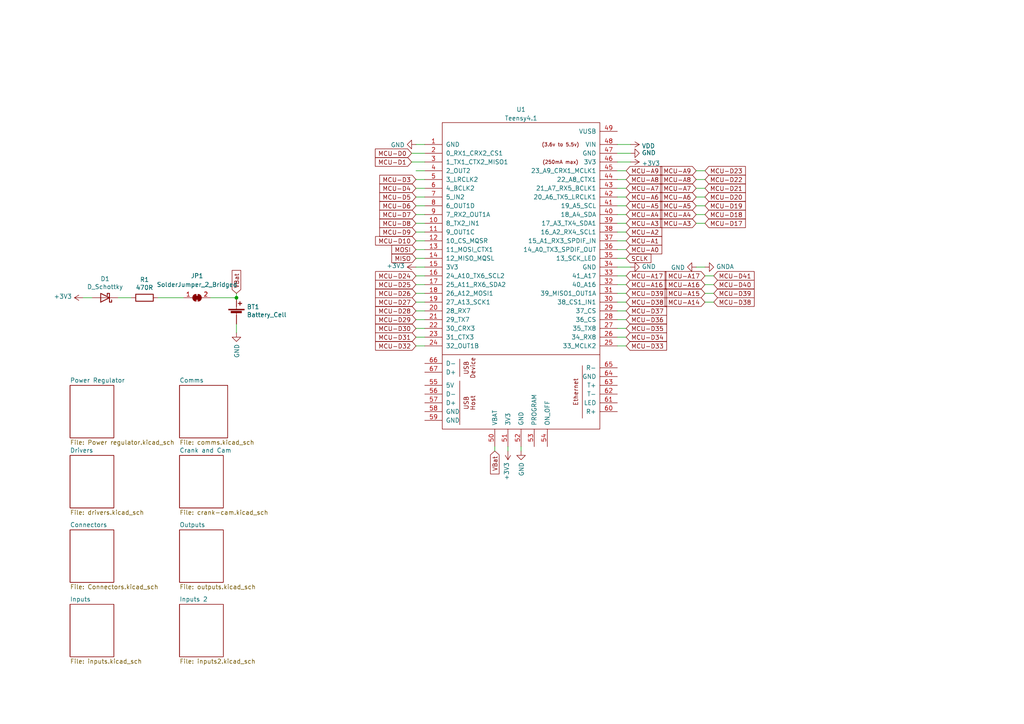
<source format=kicad_sch>
(kicad_sch (version 20230121) (generator eeschema)
  (paper "A4")
  (lib_symbols
    (symbol "Device:Battery_Cell" (pin_numbers hide) (pin_names (offset 0) hide)
      (property "Reference" "BT" (at 2.54 2.54 0))
      (property "Value" "Battery_Cell" (at 2.54 0 0))
      (symbol "Battery_Cell_0_1"
        (rectangle (start -2.286 1.778) (end 2.286 1.524) (fill (type outline)))
        (rectangle (start -1.5748 1.1938) (end 1.4732 0.6858) (fill (type outline)))
        (polyline (pts (xy 0 0.762) (xy 0 0)))
        (polyline (pts (xy 0 1.778) (xy 0 2.54)))
        (polyline (pts (xy 0.508 3.429) (xy 1.524 3.429)) (stroke (width 0.254)))
        (polyline (pts (xy 1.016 3.937) (xy 1.016 2.921)) (stroke (width 0.254)))
      )
      (symbol "Battery_Cell_1_1"
        (pin passive line (at 0 5.08 270) (length 2.54) (name "+") (number "1"))
        (pin passive line (at 0 -2.54 90) (length 2.54) (name "-") (number "2"))
      )
    )
    (symbol "Device:D_Schottky" (pin_numbers hide) (pin_names (offset 1.016) hide)
      (property "Reference" "D" (at 0 2.54 0))
      (property "Value" "D_Schottky" (at 0 -2.54 0))
      (symbol "D_Schottky_0_1"
        (polyline (pts (xy 1.27 0) (xy -1.27 0)))
        (polyline (pts (xy 1.27 1.27) (xy 1.27 -1.27) (xy -1.27 0) (xy 1.27 1.27)) (stroke (width 0.254)))
        (polyline (pts (xy -1.905 0.635) (xy -1.905 1.27) (xy -1.27 1.27) (xy -1.27 -1.27) (xy -0.635 -1.27) (xy -0.635 -0.635)) (stroke (width 0.254)))
      )
      (symbol "D_Schottky_1_1"
        (pin passive line (at -3.81 0 0) (length 2.54) (name "K") (number "1"))
        (pin passive line (at 3.81 0 180) (length 2.54) (name "A") (number "2"))
      )
    )
    (symbol "Device:R" (pin_numbers hide) (pin_names (offset 0))
      (property "Reference" "R" (at 2.032 0 90))
      (property "Value" "R" (at 0 0 90))
      (symbol "R_0_1"
        (rectangle (start -1.016 -2.54) (end 1.016 2.54) (stroke (width 0.254)))
      )
      (symbol "R_1_1"
        (pin passive line (at 0 3.81 270) (length 1.27) (name "~") (number "1"))
        (pin passive line (at 0 -3.81 90) (length 1.27) (name "~") (number "2"))
      )
    )
    (symbol "Jumper:SolderJumper_2_Bridged" (pin_names (offset 0) hide)
      (property "Reference" "JP" (at 0 2.032 0))
      (property "Value" "SolderJumper_2_Bridged" (at 0 -2.54 0))
      (symbol "SolderJumper_2_Bridged_0_1"
        (rectangle (start -0.508 0.508) (end 0.508 -0.508) (fill (type outline)))
        (arc (start -0.254 1.016) (mid -1.2656 0) (end -0.254 -1.016))
        (arc (start -0.254 1.016) (mid -1.2656 0) (end -0.254 -1.016) (fill (type outline)))
        (polyline (pts (xy -0.254 1.016) (xy -0.254 -1.016)))
        (polyline (pts (xy 0.254 1.016) (xy 0.254 -1.016)))
        (arc (start 0.254 -1.016) (mid 1.2656 0) (end 0.254 1.016))
        (arc (start 0.254 -1.016) (mid 1.2656 0) (end 0.254 1.016) (fill (type outline)))
      )
      (symbol "SolderJumper_2_Bridged_1_1"
        (pin passive line (at -3.81 0 0) (length 2.54) (name "A") (number "1"))
        (pin passive line (at 3.81 0 180) (length 2.54) (name "B") (number "2"))
      )
    )
    (symbol "Shields:Teensy4.1" (pin_names (offset 1.016))
      (property "Reference" "U" (at 0 64.77 0))
      (property "Value" "Teensy4.1" (at 0 62.23 0))
      (symbol "Teensy4.1_0_0"
        (polyline (pts (xy -22.86 -6.35) (xy 22.86 -6.35)))
        (polyline (pts (xy -17.78 -26.67) (xy -17.78 -13.97)))
        (polyline (pts (xy -17.78 -7.62) (xy -17.78 -12.7)))
        (polyline (pts (xy 17.78 -9.525) (xy 17.78 -24.765)))
        (text "(250mA max)" (at 11.43 49.53 0) (effects (font (size 1.016 1.016))))
        (text "(3.6v to 5.5v)" (at 11.43 54.61 0) (effects (font (size 1.016 1.016))))
        (text "Device" (at -13.97 -10.16 900) (effects (font (size 1.27 1.27))))
        (text "Ethernet" (at 15.875 -17.145 900) (effects (font (size 1.27 1.27))))
        (text "Host" (at -13.97 -20.32 900) (effects (font (size 1.27 1.27))))
        (text "USB" (at -15.875 -20.32 900) (effects (font (size 1.27 1.27))))
        (text "USB" (at -15.875 -10.16 900) (effects (font (size 1.27 1.27))))
        (pin bidirectional line (at -27.94 31.75 0) (length 5.08) (name "8_TX2_IN1") (number "10"))
        (pin bidirectional line (at -27.94 29.21 0) (length 5.08) (name "9_OUT1C") (number "11"))
        (pin bidirectional line (at -27.94 26.67 0) (length 5.08) (name "10_CS_MQSR") (number "12"))
        (pin bidirectional line (at -27.94 24.13 0) (length 5.08) (name "11_MOSI_CTX1") (number "13"))
        (pin bidirectional line (at -27.94 21.59 0) (length 5.08) (name "12_MISO_MQSL") (number "14"))
        (pin power_in line (at -27.94 19.05 0) (length 5.08) (name "3V3") (number "15"))
        (pin bidirectional line (at -27.94 16.51 0) (length 5.08) (name "24_A10_TX6_SCL2") (number "16"))
        (pin bidirectional line (at -27.94 13.97 0) (length 5.08) (name "25_A11_RX6_SDA2") (number "17"))
        (pin bidirectional line (at -27.94 11.43 0) (length 5.08) (name "26_A12_MOSI1") (number "18"))
        (pin bidirectional line (at -27.94 8.89 0) (length 5.08) (name "27_A13_SCK1") (number "19"))
        (pin bidirectional line (at -27.94 6.35 0) (length 5.08) (name "28_RX7") (number "20"))
        (pin bidirectional line (at -27.94 3.81 0) (length 5.08) (name "29_TX7") (number "21"))
        (pin bidirectional line (at -27.94 1.27 0) (length 5.08) (name "30_CRX3") (number "22"))
        (pin bidirectional line (at -27.94 -1.27 0) (length 5.08) (name "31_CTX3") (number "23"))
        (pin bidirectional line (at -27.94 -3.81 0) (length 5.08) (name "32_OUT1B") (number "24"))
        (pin bidirectional line (at 27.94 -3.81 180) (length 5.08) (name "33_MCLK2") (number "25"))
        (pin bidirectional line (at 27.94 -1.27 180) (length 5.08) (name "34_RX8") (number "26"))
        (pin bidirectional line (at 27.94 1.27 180) (length 5.08) (name "35_TX8") (number "27"))
        (pin bidirectional line (at 27.94 3.81 180) (length 5.08) (name "36_CS") (number "28"))
        (pin bidirectional line (at 27.94 6.35 180) (length 5.08) (name "37_CS") (number "29"))
        (pin bidirectional line (at 27.94 8.89 180) (length 5.08) (name "38_CS1_IN1") (number "30"))
        (pin bidirectional line (at 27.94 11.43 180) (length 5.08) (name "39_MISO1_OUT1A") (number "31"))
        (pin bidirectional line (at 27.94 13.97 180) (length 5.08) (name "40_A16") (number "32"))
        (pin bidirectional line (at 27.94 16.51 180) (length 5.08) (name "41_A17") (number "33"))
        (pin bidirectional line (at 27.94 21.59 180) (length 5.08) (name "13_SCK_LED") (number "35"))
        (pin bidirectional line (at 27.94 24.13 180) (length 5.08) (name "14_A0_TX3_SPDIF_OUT") (number "36"))
        (pin bidirectional line (at 27.94 26.67 180) (length 5.08) (name "15_A1_RX3_SPDIF_IN") (number "37"))
        (pin bidirectional line (at 27.94 29.21 180) (length 5.08) (name "16_A2_RX4_SCL1") (number "38"))
        (pin bidirectional line (at 27.94 31.75 180) (length 5.08) (name "17_A3_TX4_SDA1") (number "39"))
        (pin bidirectional line (at 27.94 34.29 180) (length 5.08) (name "18_A4_SDA") (number "40"))
        (pin bidirectional line (at 27.94 36.83 180) (length 5.08) (name "19_A5_SCL") (number "41"))
        (pin bidirectional line (at 27.94 39.37 180) (length 5.08) (name "20_A6_TX5_LRCLK1") (number "42"))
        (pin bidirectional line (at 27.94 41.91 180) (length 5.08) (name "21_A7_RX5_BCLK1") (number "43"))
        (pin bidirectional line (at 27.94 44.45 180) (length 5.08) (name "22_A8_CTX1") (number "44"))
        (pin bidirectional line (at 27.94 46.99 180) (length 5.08) (name "23_A9_CRX1_MCLK1") (number "45"))
        (pin output line (at 27.94 49.53 180) (length 5.08) (name "3V3") (number "46"))
        (pin output line (at 27.94 52.07 180) (length 5.08) (name "GND") (number "47"))
        (pin power_in line (at 27.94 54.61 180) (length 5.08) (name "VIN") (number "48"))
        (pin power_out line (at 27.94 58.42 180) (length 5.08) (name "VUSB") (number "49"))
        (pin bidirectional line (at -27.94 44.45 0) (length 5.08) (name "3_LRCLK2") (number "5"))
        (pin power_in line (at -7.62 -33.02 90) (length 5.08) (name "VBAT") (number "50"))
        (pin power_in line (at -3.81 -33.02 90) (length 5.08) (name "3V3") (number "51"))
        (pin input line (at 0 -33.02 90) (length 5.08) (name "GND") (number "52"))
        (pin input line (at 3.81 -33.02 90) (length 5.08) (name "PROGRAM") (number "53"))
        (pin input line (at 7.62 -33.02 90) (length 5.08) (name "ON_OFF") (number "54"))
        (pin power_out line (at -27.94 -15.24 0) (length 5.08) (name "5V") (number "55"))
        (pin bidirectional line (at -27.94 -17.78 0) (length 5.08) (name "D-") (number "56"))
        (pin bidirectional line (at -27.94 -20.32 0) (length 5.08) (name "D+") (number "57"))
        (pin power_in line (at -27.94 -22.86 0) (length 5.08) (name "GND") (number "58"))
        (pin power_in line (at -27.94 -25.4 0) (length 5.08) (name "GND") (number "59"))
        (pin bidirectional line (at -27.94 41.91 0) (length 5.08) (name "4_BCLK2") (number "6"))
        (pin bidirectional line (at 27.94 -22.86 180) (length 5.08) (name "R+") (number "60"))
        (pin bidirectional line (at 27.94 -20.32 180) (length 5.08) (name "LED") (number "61"))
        (pin bidirectional line (at 27.94 -17.78 180) (length 5.08) (name "T-") (number "62"))
        (pin bidirectional line (at 27.94 -15.24 180) (length 5.08) (name "T+") (number "63"))
        (pin power_in line (at 27.94 -12.7 180) (length 5.08) (name "GND") (number "64"))
        (pin bidirectional line (at 27.94 -10.16 180) (length 5.08) (name "R-") (number "65"))
        (pin bidirectional line (at -27.94 -8.89 0) (length 5.08) (name "D-") (number "66"))
        (pin bidirectional line (at -27.94 -11.43 0) (length 5.08) (name "D+") (number "67"))
        (pin bidirectional line (at -27.94 39.37 0) (length 5.08) (name "5_IN2") (number "7"))
        (pin bidirectional line (at -27.94 36.83 0) (length 5.08) (name "6_OUT1D") (number "8"))
        (pin bidirectional line (at -27.94 34.29 0) (length 5.08) (name "7_RX2_OUT1A") (number "9"))
      )
      (symbol "Teensy4.1_0_1"
        (rectangle (start -22.86 60.96) (end 22.86 -27.94))
        (rectangle (start -20.32 -1.27) (end -20.32 -1.27))
      )
      (symbol "Teensy4.1_1_1"
        (pin power_in line (at -27.94 54.61 0) (length 5.08) (name "GND") (number "1"))
        (pin bidirectional line (at -27.94 52.07 0) (length 5.08) (name "0_RX1_CRX2_CS1") (number "2"))
        (pin bidirectional line (at -27.94 49.53 0) (length 5.08) (name "1_TX1_CTX2_MISO1") (number "3"))
        (pin power_in line (at 27.94 19.05 180) (length 5.08) (name "GND") (number "34"))
        (pin bidirectional line (at -27.94 46.99 0) (length 5.08) (name "2_OUT2") (number "4"))
      )
    )
    (symbol "power:+3V3" (power) (pin_names (offset 0))
      (property "Value" "+3V3" (at 0 3.556 0))
      (symbol "+3V3_0_1"
        (polyline (pts (xy -0.762 1.27) (xy 0 2.54)))
        (polyline (pts (xy 0 0) (xy 0 2.54)))
        (polyline (pts (xy 0 2.54) (xy 0.762 1.27)))
      )
      (symbol "+3V3_1_1"
        (pin power_in line (at 0 0 90) (length 0) hide (name "+3V3") (number "1"))
      )
    )
    (symbol "power:GND" (power) (pin_names (offset 0))
      (property "Value" "GND" (at 0 -3.81 0))
      (symbol "GND_0_1"
        (polyline (pts (xy 0 0) (xy 0 -1.27) (xy 1.27 -1.27) (xy 0 -2.54) (xy -1.27 -1.27) (xy 0 -1.27)))
      )
      (symbol "GND_1_1"
        (pin power_in line (at 0 0 270) (length 0) hide (name "GND") (number "1"))
      )
    )
    (symbol "power:GNDA" (power) (pin_names (offset 0))
      (property "Value" "GNDA" (at 0 -3.81 0))
      (symbol "GNDA_0_1"
        (polyline (pts (xy 0 0) (xy 0 -1.27) (xy 1.27 -1.27) (xy 0 -2.54) (xy -1.27 -1.27) (xy 0 -1.27)))
      )
      (symbol "GNDA_1_1"
        (pin power_in line (at 0 0 270) (length 0) hide (name "GNDA") (number "1"))
      )
    )
    (symbol "power:VDD" (power) (pin_names (offset 0))
      (property "Value" "VDD" (at 0 3.81 0))
      (symbol "VDD_0_1"
        (polyline (pts (xy -0.762 1.27) (xy 0 2.54)))
        (polyline (pts (xy 0 0) (xy 0 2.54)))
        (polyline (pts (xy 0 2.54) (xy 0.762 1.27)))
      )
      (symbol "VDD_1_1"
        (pin power_in line (at 0 0 90) (length 0) hide (name "VDD") (number "1"))
      )
    )
  )
  (junction (at 68.58 86.36))
  (wire (pts (xy 123.19 64.77) (xy 120.65 64.77)))
  (wire (pts (xy 179.07 59.69) (xy 181.61 59.69)))
  (wire (pts (xy 204.47 57.15) (xy 201.93 57.15)))
  (wire (pts (xy 120.65 95.25) (xy 123.19 95.25)))
  (wire (pts (xy 179.07 52.07) (xy 181.61 52.07)))
  (wire (pts (xy 179.07 64.77) (xy 181.61 64.77)))
  (wire (pts (xy 181.61 49.53) (xy 179.07 49.53)))
  (wire (pts (xy 201.93 77.47) (xy 204.47 77.47)))
  (wire (pts (xy 68.58 86.36) (xy 68.58 85.09)))
  (wire (pts (xy 120.65 85.09) (xy 123.19 85.09)))
  (wire (pts (xy 68.58 96.52) (xy 68.58 93.98)))
  (wire (pts (xy 123.19 46.99) (xy 119.38 46.99)))
  (wire (pts (xy 181.61 54.61) (xy 179.07 54.61)))
  (wire (pts (xy 179.07 44.45) (xy 182.88 44.45)))
  (wire (pts (xy 120.65 72.39) (xy 123.19 72.39)))
  (wire (pts (xy 34.29 86.36) (xy 38.1 86.36)))
  (wire (pts (xy 123.19 87.63) (xy 120.65 87.63)))
  (wire (pts (xy 179.07 90.17) (xy 181.61 90.17)))
  (wire (pts (xy 181.61 67.31) (xy 179.07 67.31)))
  (wire (pts (xy 179.07 100.33) (xy 181.61 100.33)))
  (wire (pts (xy 123.19 97.79) (xy 120.65 97.79)))
  (wire (pts (xy 123.19 82.55) (xy 120.65 82.55)))
  (wire (pts (xy 179.07 74.93) (xy 181.61 74.93)))
  (wire (pts (xy 119.38 44.45) (xy 123.19 44.45)))
  (wire (pts (xy 207.01 87.63) (xy 204.47 87.63)))
  (wire (pts (xy 179.07 92.71) (xy 181.61 92.71)))
  (wire (pts (xy 120.65 49.53) (xy 123.19 49.53)))
  (wire (pts (xy 120.65 67.31) (xy 123.19 67.31)))
  (wire (pts (xy 204.47 52.07) (xy 201.93 52.07)))
  (wire (pts (xy 123.19 92.71) (xy 120.65 92.71)))
  (wire (pts (xy 120.65 57.15) (xy 123.19 57.15)))
  (wire (pts (xy 179.07 95.25) (xy 181.61 95.25)))
  (wire (pts (xy 123.19 74.93) (xy 120.65 74.93)))
  (wire (pts (xy 45.72 86.36) (xy 53.34 86.36)))
  (wire (pts (xy 207.01 80.01) (xy 204.47 80.01)))
  (wire (pts (xy 179.07 87.63) (xy 181.61 87.63)))
  (wire (pts (xy 201.93 64.77) (xy 204.47 64.77)))
  (wire (pts (xy 120.65 52.07) (xy 123.19 52.07)))
  (wire (pts (xy 179.07 57.15) (xy 181.61 57.15)))
  (wire (pts (xy 120.65 90.17) (xy 123.19 90.17)))
  (wire (pts (xy 179.07 77.47) (xy 182.88 77.47)))
  (wire (pts (xy 179.07 46.99) (xy 182.88 46.99)))
  (wire (pts (xy 143.51 129.54) (xy 143.51 130.81)))
  (wire (pts (xy 60.96 86.36) (xy 68.58 86.36)))
  (wire (pts (xy 207.01 82.55) (xy 204.47 82.55)))
  (wire (pts (xy 120.65 77.47) (xy 123.19 77.47)))
  (wire (pts (xy 179.07 69.85) (xy 181.61 69.85)))
  (wire (pts (xy 179.07 41.91) (xy 182.88 41.91)))
  (wire (pts (xy 147.32 129.54) (xy 147.32 130.81)))
  (wire (pts (xy 204.47 54.61) (xy 201.93 54.61)))
  (wire (pts (xy 204.47 59.69) (xy 201.93 59.69)))
  (wire (pts (xy 179.07 97.79) (xy 181.61 97.79)))
  (wire (pts (xy 181.61 72.39) (xy 179.07 72.39)))
  (wire (pts (xy 123.19 69.85) (xy 120.65 69.85)))
  (wire (pts (xy 179.07 80.01) (xy 181.61 80.01)))
  (wire (pts (xy 207.01 85.09) (xy 204.47 85.09)))
  (wire (pts (xy 123.19 59.69) (xy 120.65 59.69)))
  (wire (pts (xy 179.07 82.55) (xy 181.61 82.55)))
  (wire (pts (xy 181.61 62.23) (xy 179.07 62.23)))
  (wire (pts (xy 204.47 62.23) (xy 201.93 62.23)))
  (wire (pts (xy 204.47 49.53) (xy 201.93 49.53)))
  (wire (pts (xy 123.19 41.91) (xy 120.65 41.91)))
  (wire (pts (xy 120.65 100.33) (xy 123.19 100.33)))
  (wire (pts (xy 179.07 85.09) (xy 181.61 85.09)))
  (wire (pts (xy 24.13 86.36) (xy 26.67 86.36)))
  (wire (pts (xy 151.13 129.54) (xy 151.13 130.81)))
  (wire (pts (xy 123.19 54.61) (xy 120.65 54.61)))
  (wire (pts (xy 120.65 80.01) (xy 123.19 80.01)))
  (wire (pts (xy 120.65 62.23) (xy 123.19 62.23)))
  (global_label "MCU-D27" (shape input) (at 120.65 87.63 180) (property "Intersheetrefs" "${INTERSHEET_REFS}" (effects hide)))
  (global_label "MCU-A5" (shape input) (at 201.93 59.69 180) (property "Intersheetrefs" "${INTERSHEET_REFS}" (effects hide)))
  (global_label "MCU-D32" (shape input) (at 120.65 100.33 180) (property "Intersheetrefs" "${INTERSHEET_REFS}" (effects hide)))
  (global_label "MCU-D28" (shape input) (at 120.65 90.17 180) (property "Intersheetrefs" "${INTERSHEET_REFS}" (effects hide)))
  (global_label "MCU-D38" (shape input) (at 181.61 87.63 0) (property "Intersheetrefs" "${INTERSHEET_REFS}" (effects hide)))
  (global_label "MCU-D18" (shape input) (at 204.47 62.23 0) (property "Intersheetrefs" "${INTERSHEET_REFS}" (effects hide)))
  (global_label "MCU-D34" (shape input) (at 181.61 97.79 0) (property "Intersheetrefs" "${INTERSHEET_REFS}" (effects hide)))
  (global_label "MCU-D8" (shape input) (at 120.65 64.77 180) (property "Intersheetrefs" "${INTERSHEET_REFS}" (effects hide)))
  (global_label "MCU-A4" (shape input) (at 181.61 62.23 0) (property "Intersheetrefs" "${INTERSHEET_REFS}" (effects hide)))
  (global_label "MCU-D20" (shape input) (at 204.47 57.15 0) (property "Intersheetrefs" "${INTERSHEET_REFS}" (effects hide)))
  (global_label "MCU-A7" (shape input) (at 181.61 54.61 0) (property "Intersheetrefs" "${INTERSHEET_REFS}" (effects hide)))
  (global_label "MCU-D3" (shape input) (at 120.65 52.07 180) (property "Intersheetrefs" "${INTERSHEET_REFS}" (effects hide)))
  (global_label "MCU-A8" (shape input) (at 181.61 52.07 0) (property "Intersheetrefs" "${INTERSHEET_REFS}" (effects hide)))
  (global_label "MCU-D33" (shape input) (at 181.61 100.33 0) (property "Intersheetrefs" "${INTERSHEET_REFS}" (effects hide)))
  (global_label "MCU-A0" (shape input) (at 181.61 72.39 0) (property "Intersheetrefs" "${INTERSHEET_REFS}" (effects hide)))
  (global_label "MCU-D17" (shape input) (at 204.47 64.77 0) (property "Intersheetrefs" "${INTERSHEET_REFS}" (effects hide)))
  (global_label "MCU-D36" (shape input) (at 181.61 92.71 0) (property "Intersheetrefs" "${INTERSHEET_REFS}" (effects hide)))
  (global_label "MCU-D7" (shape input) (at 120.65 62.23 180) (property "Intersheetrefs" "${INTERSHEET_REFS}" (effects hide)))
  (global_label "MCU-A9" (shape input) (at 181.61 49.53 0) (property "Intersheetrefs" "${INTERSHEET_REFS}" (effects hide)))
  (global_label "MCU-D40" (shape input) (at 207.01 82.55 0) (property "Intersheetrefs" "${INTERSHEET_REFS}" (effects hide)))
  (global_label "SCLK" (shape input) (at 181.61 74.93 0) (property "Intersheetrefs" "${INTERSHEET_REFS}" (effects hide)))
  (global_label "MCU-A16" (shape input) (at 204.47 82.55 180) (property "Intersheetrefs" "${INTERSHEET_REFS}" (effects hide)))
  (global_label "MCU-D21" (shape input) (at 204.47 54.61 0) (property "Intersheetrefs" "${INTERSHEET_REFS}" (effects hide)))
  (global_label "MCU-A16" (shape input) (at 181.61 82.55 0) (property "Intersheetrefs" "${INTERSHEET_REFS}" (effects hide)))
  (global_label "MCU-A4" (shape input) (at 201.93 62.23 180) (property "Intersheetrefs" "${INTERSHEET_REFS}" (effects hide)))
  (global_label "MCU-D5" (shape input) (at 120.65 57.15 180) (property "Intersheetrefs" "${INTERSHEET_REFS}" (effects hide)))
  (global_label "MCU-D4" (shape input) (at 120.65 54.61 180) (property "Intersheetrefs" "${INTERSHEET_REFS}" (effects hide)))
  (global_label "MCU-D37" (shape input) (at 181.61 90.17 0) (property "Intersheetrefs" "${INTERSHEET_REFS}" (effects hide)))
  (global_label "MCU-D23" (shape input) (at 204.47 49.53 0) (property "Intersheetrefs" "${INTERSHEET_REFS}" (effects hide)))
  (global_label "MCU-D29" (shape input) (at 120.65 92.71 180) (property "Intersheetrefs" "${INTERSHEET_REFS}" (effects hide)))
  (global_label "MCU-D26" (shape input) (at 120.65 85.09 180) (property "Intersheetrefs" "${INTERSHEET_REFS}" (effects hide)))
  (global_label "MCU-D19" (shape input) (at 204.47 59.69 0) (property "Intersheetrefs" "${INTERSHEET_REFS}" (effects hide)))
  (global_label "MCU-D39" (shape input) (at 207.01 85.09 0) (property "Intersheetrefs" "${INTERSHEET_REFS}" (effects hide)))
  (global_label "MCU-A8" (shape input) (at 201.93 52.07 180) (property "Intersheetrefs" "${INTERSHEET_REFS}" (effects hide)))
  (global_label "MCU-D24" (shape input) (at 120.65 80.01 180) (property "Intersheetrefs" "${INTERSHEET_REFS}" (effects hide)))
  (global_label "MCU-D6" (shape input) (at 120.65 59.69 180) (property "Intersheetrefs" "${INTERSHEET_REFS}" (effects hide)))
  (global_label "MCU-D41" (shape input) (at 207.01 80.01 0) (property "Intersheetrefs" "${INTERSHEET_REFS}" (effects hide)))
  (global_label "MCU-A15" (shape input) (at 204.47 85.09 180) (property "Intersheetrefs" "${INTERSHEET_REFS}" (effects hide)))
  (global_label "MCU-A9" (shape input) (at 201.93 49.53 180) (property "Intersheetrefs" "${INTERSHEET_REFS}" (effects hide)))
  (global_label "MCU-D22" (shape input) (at 204.47 52.07 0) (property "Intersheetrefs" "${INTERSHEET_REFS}" (effects hide)))
  (global_label "MCU-A14" (shape input) (at 204.47 87.63 180) (property "Intersheetrefs" "${INTERSHEET_REFS}" (effects hide)))
  (global_label "MCU-D1" (shape input) (at 119.38 46.99 180) (property "Intersheetrefs" "${INTERSHEET_REFS}" (effects hide)))
  (global_label "MCU-A2" (shape input) (at 181.61 67.31 0) (property "Intersheetrefs" "${INTERSHEET_REFS}" (effects hide)))
  (global_label "MCU-D10" (shape input) (at 120.65 69.85 180) (property "Intersheetrefs" "${INTERSHEET_REFS}" (effects hide)))
  (global_label "MCU-D31" (shape input) (at 120.65 97.79 180) (property "Intersheetrefs" "${INTERSHEET_REFS}" (effects hide)))
  (global_label "MCU-A17" (shape input) (at 181.61 80.01 0) (property "Intersheetrefs" "${INTERSHEET_REFS}" (effects hide)))
  (global_label "MCU-D38" (shape input) (at 207.01 87.63 0) (property "Intersheetrefs" "${INTERSHEET_REFS}" (effects hide)))
  (global_label "MCU-D39" (shape input) (at 181.61 85.09 0) (property "Intersheetrefs" "${INTERSHEET_REFS}" (effects hide)))
  (global_label "MCU-A6" (shape input) (at 201.93 57.15 180) (property "Intersheetrefs" "${INTERSHEET_REFS}" (effects hide)))
  (global_label "MOSI" (shape input) (at 120.65 72.39 180) (property "Intersheetrefs" "${INTERSHEET_REFS}" (effects hide)))
  (global_label "MISO" (shape input) (at 120.65 74.93 180) (property "Intersheetrefs" "${INTERSHEET_REFS}" (effects hide)))
  (global_label "VBat" (shape input) (at 143.51 130.81 270) (property "Intersheetrefs" "${INTERSHEET_REFS}" (effects hide)))
  (global_label "MCU-A17" (shape input) (at 204.47 80.01 180) (property "Intersheetrefs" "${INTERSHEET_REFS}" (effects hide)))
  (global_label "MCU-D0" (shape input) (at 119.38 44.45 180) (property "Intersheetrefs" "${INTERSHEET_REFS}" (effects hide)))
  (global_label "VBat" (shape input) (at 68.58 85.09 90) (property "Intersheetrefs" "${INTERSHEET_REFS}" (effects hide)))
  (global_label "MCU-A7" (shape input) (at 201.93 54.61 180) (property "Intersheetrefs" "${INTERSHEET_REFS}" (effects hide)))
  (global_label "MCU-D30" (shape input) (at 120.65 95.25 180) (property "Intersheetrefs" "${INTERSHEET_REFS}" (effects hide)))
  (global_label "MCU-A1" (shape input) (at 181.61 69.85 0) (property "Intersheetrefs" "${INTERSHEET_REFS}" (effects hide)))
  (global_label "MCU-D35" (shape input) (at 181.61 95.25 0) (property "Intersheetrefs" "${INTERSHEET_REFS}" (effects hide)))
  (global_label "MCU-A3" (shape input) (at 181.61 64.77 0) (property "Intersheetrefs" "${INTERSHEET_REFS}" (effects hide)))
  (global_label "MCU-A5" (shape input) (at 181.61 59.69 0) (property "Intersheetrefs" "${INTERSHEET_REFS}" (effects hide)))
  (global_label "MCU-A3" (shape input) (at 201.93 64.77 180) (property "Intersheetrefs" "${INTERSHEET_REFS}" (effects hide)))
  (global_label "MCU-D9" (shape input) (at 120.65 67.31 180) (property "Intersheetrefs" "${INTERSHEET_REFS}" (effects hide)))
  (global_label "MCU-D25" (shape input) (at 120.65 82.55 180) (property "Intersheetrefs" "${INTERSHEET_REFS}" (effects hide)))
  (global_label "MCU-A6" (shape input) (at 181.61 57.15 0) (property "Intersheetrefs" "${INTERSHEET_REFS}" (effects hide)))
  (symbol (lib_id "Device:Battery_Cell") (at 68.58 91.44 0) (unit 1)
    (property "Reference" "BT1" (at 71.5772 89.0016 0) (effects (justify left)))
    (property "Value" "Battery_Cell" (at 71.5772 91.313 0) (effects (justify left)))
    (property "Footprint" "Battery:BatteryHolder_Keystone_500" (effects hide))
    (property "Digikey Part Number" "36-500-ND" (effects hide))
    (property "Manufacturer_Name" "Keystone" (effects hide))
    (property "Manufacturer_Part_Number" "500" (effects hide))
    (property "URL" "https://www.digikey.com.au/en/products/detail/keystone-electronics/500/151580" (effects hide))
  )
  (symbol (lib_id "power:GND") (at 68.58 96.52 0) (unit 1)
    (property "Reference" "#PWR02" (effects hide))
    (property "Value" "GND" (at 68.707 99.7712 90) (effects (justify right)))
  )
  (symbol (lib_id "Device:D_Schottky") (at 30.48 86.36 180) (unit 1)
    (property "Reference" "D1" (at 30.48 80.8736 0))
    (property "Value" "D_Schottky" (at 30.48 83.185 0))
    (property "Footprint" "Diode_SMD:D_PowerDI-123" (effects hide))
    (property "Digikey Part Number" "DFLS2100-7DICT-ND" (effects hide))
    (property "Manufacturer_Name" "Diodes Inc." (effects hide))
    (property "Manufacturer_Part_Number" "DFLS2100-7" (effects hide))
    (property "URL" "https://www.digikey.com/product-detail/en/diodes-incorporated/DFLS2100-7/DFLS2100-7DICT-ND/3451552" (effects hide))
  )
  (symbol (lib_id "power:+3V3") (at 24.13 86.36 90) (unit 1)
    (property "Reference" "#PWR01" (effects hide))
    (property "Value" "+3V3" (at 20.8788 85.979 90) (effects (justify left)))
  )
  (symbol (lib_id "power:GND") (at 151.13 130.81 0) (unit 1)
    (property "Reference" "#PWR07" (effects hide))
    (property "Value" "GND" (at 151.257 134.0612 90) (effects (justify right)))
  )
  (symbol (lib_id "power:VDD") (at 182.88 41.91 270) (unit 1)
    (property "Reference" "#PWR08" (effects hide))
    (property "Value" "VDD" (at 186.1312 42.3418 90) (effects (justify left)))
  )
  (symbol (lib_id "power:GND") (at 182.88 77.47 90) (unit 1)
    (property "Reference" "#PWR011" (effects hide))
    (property "Value" "GND" (at 186.1312 77.343 90) (effects (justify right)))
  )
  (symbol (lib_id "power:GND") (at 182.88 44.45 90) (unit 1)
    (property "Reference" "#PWR09" (effects hide))
    (property "Value" "GND" (at 186.1312 44.323 90) (effects (justify right)))
  )
  (symbol (lib_id "power:GND") (at 120.65 41.91 270) (unit 1)
    (property "Reference" "#PWR03" (effects hide))
    (property "Value" "GND" (at 117.3988 42.037 90) (effects (justify right)))
  )
  (symbol (lib_id "power:GNDA") (at 204.47 77.47 90) (unit 1)
    (property "Reference" "#PWR013" (effects hide))
    (property "Value" "GNDA" (at 207.7212 77.343 90) (effects (justify right)))
  )
  (symbol (lib_id "Shields:Teensy4.1") (at 151.13 96.52 0) (unit 1)
    (property "Reference" "U1" (at 151.13 31.75 0))
    (property "Value" "Teensy4.1" (at 151.13 34.29 0))
    (property "Footprint" "Shields:Teensy41" (effects hide))
  )
  (symbol (lib_id "power:+3V3") (at 120.65 77.47 90) (unit 1)
    (property "Reference" "#PWR04" (effects hide))
    (property "Value" "+3V3" (at 117.3988 77.089 90) (effects (justify left)))
  )
  (symbol (lib_id "Jumper:SolderJumper_2_Bridged") (at 57.15 86.36 0) (unit 1)
    (property "Reference" "JP1" (at 57.15 80.01 0))
    (property "Value" "SolderJumper_2_Bridged" (at 57.15 82.55 0))
    (property "Footprint" "Jumper:SolderJumper-2_P1.3mm_Bridged_Pad1.0x1.5mm" (effects hide))
  )
  (symbol (lib_id "power:+3V3") (at 182.88 46.99 270) (unit 1)
    (property "Reference" "#PWR010" (effects hide))
    (property "Value" "+3V3" (at 186.1312 47.371 90) (effects (justify left)))
  )
  (symbol (lib_id "Device:R") (at 41.91 86.36 270) (unit 1)
    (property "Reference" "R1" (at 41.91 81.1022 90))
    (property "Value" "470R" (at 41.91 83.4136 90))
    (property "Footprint" "Resistor_SMD:R_0805_2012Metric" (effects hide))
    (property "Digikey Part Number" "P470CCT-ND" (effects hide))
    (property "Manufacturer_Name" "Panasonic" (effects hide))
    (property "Manufacturer_Part_Number" "ERJ-6ENF4700V" (effects hide))
    (property "URL" "https://www.digikey.com/product-detail/en/panasonic-electronic-components/ERJ-6ENF4700V/P470CCT-ND/1746871" (effects hide))
  )
  (symbol (lib_id "power:GND") (at 201.93 77.47 270) (unit 1)
    (property "Reference" "#PWR012" (effects hide))
    (property "Value" "GND" (at 198.6788 77.597 90) (effects (justify right)))
  )
  (symbol (lib_id "power:+3V3") (at 147.32 130.81 180) (unit 1)
    (property "Reference" "#PWR06" (effects hide))
    (property "Value" "+3V3" (at 146.939 134.0612 90) (effects (justify left)))
  )
  (sheet (at 20.32 111.76) (size 12.7 15.24)
    (property "Sheetname" "Power Regulator" (at 20.32 111.0484 0) (effects (justify left bottom)))
    (property "Sheetfile" "Power regulator.kicad_sch" (at 20.32 127.5846 0) (effects (justify left top)))
  )
  (sheet (at 20.32 132.08) (size 12.7 15.24)
    (property "Sheetname" "Drivers" (at 20.32 131.3684 0) (effects (justify left bottom)))
    (property "Sheetfile" "drivers.kicad_sch" (at 20.32 147.9046 0) (effects (justify left top)))
  )
  (sheet (at 20.32 153.67) (size 12.7 15.24)
    (property "Sheetname" "Connectors" (at 20.32 152.9584 0) (effects (justify left bottom)))
    (property "Sheetfile" "Connectors.kicad_sch" (at 20.32 169.4946 0) (effects (justify left top)))
  )
  (sheet (at 20.32 175.26) (size 12.7 15.24)
    (property "Sheetname" "Inputs" (at 20.32 174.5484 0) (effects (justify left bottom)))
    (property "Sheetfile" "inputs.kicad_sch" (at 20.32 191.0846 0) (effects (justify left top)))
  )
  (sheet (at 52.07 153.67) (size 12.7 15.24)
    (property "Sheetname" "Outputs" (at 52.07 152.9584 0) (effects (justify left bottom)))
    (property "Sheetfile" "outputs.kicad_sch" (at 52.07 169.4946 0) (effects (justify left top)))
  )
  (sheet (at 52.07 111.76) (size 13.97 15.24)
    (property "Sheetname" "Comms" (at 52.07 111.0484 0) (effects (justify left bottom)))
    (property "Sheetfile" "comms.kicad_sch" (at 52.07 127.5846 0) (effects (justify left top)))
  )
  (sheet (at 52.07 132.08) (size 12.7 15.24)
    (property "Sheetname" "Crank and Cam" (at 52.07 131.3684 0) (effects (justify left bottom)))
    (property "Sheetfile" "crank-cam.kicad_sch" (at 52.07 147.9046 0) (effects (justify left top)))
  )
  (sheet (at 52.07 175.26) (size 12.7 15.24)
    (property "Sheetname" "Inputs 2" (at 52.07 174.5484 0) (effects (justify left bottom)))
    (property "Sheetfile" "inputs2.kicad_sch" (at 52.07 191.0846 0) (effects (justify left top)))
  )
)
</source>
